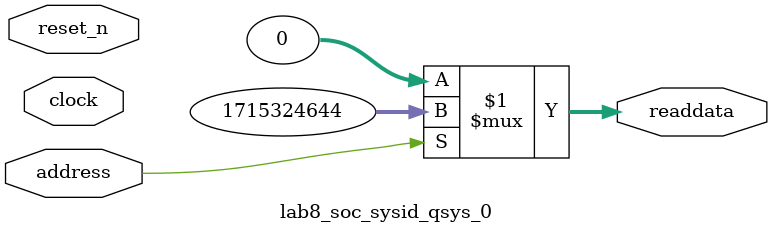
<source format=v>



// synthesis translate_off
`timescale 1ns / 1ps
// synthesis translate_on

// turn off superfluous verilog processor warnings 
// altera message_level Level1 
// altera message_off 10034 10035 10036 10037 10230 10240 10030 

module lab8_soc_sysid_qsys_0 (
               // inputs:
                address,
                clock,
                reset_n,

               // outputs:
                readdata
             )
;

  output  [ 31: 0] readdata;
  input            address;
  input            clock;
  input            reset_n;

  wire    [ 31: 0] readdata;
  //control_slave, which is an e_avalon_slave
  assign readdata = address ? 1715324644 : 0;

endmodule



</source>
